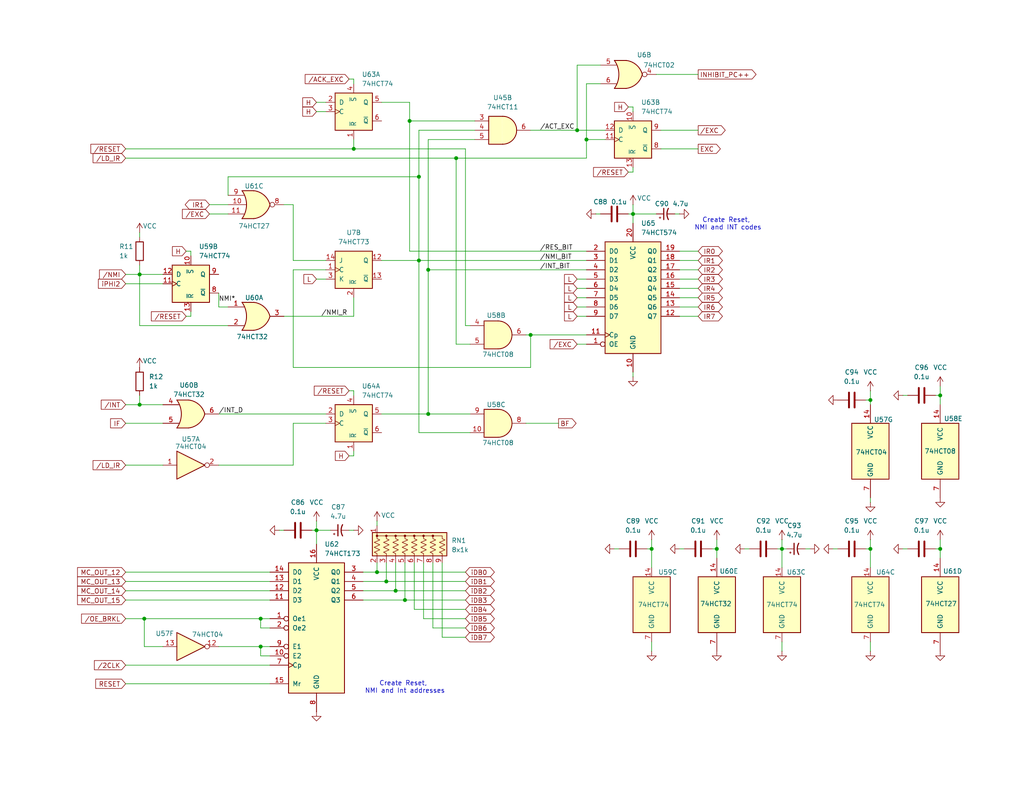
<source format=kicad_sch>
(kicad_sch (version 20250114) (generator "eeschema") (generator_version "9.0")
  (paper "A")
  (title_block (title "TTL 6510 Computer") (date "2025-10-20") (rev "B") (company "Stefan Warnke") (comment 9 "CPU_6502_Opcodes.txt"))
  (text "Create Reset, \nNMI and Int addresses" (at 110.49 187.706 0) (effects (font (size 1.27 1.27))))
  (text "Create Reset, \nNMI and INT codes" (at 198.628 61.214 0) (effects (font (size 1.27 1.27))))
  (junction (at 237.49 109.22))
  (junction (at 237.49 149.86))
  (junction (at 39.37 168.91))
  (junction (at 256.54 107.95))
  (junction (at 157.48 35.56))
  (junction (at 160.02 38.1))
  (junction (at 114.3 48.26))
  (junction (at 114.3 71.12))
  (junction (at 144.78 91.44))
  (junction (at 102.87 156.21))
  (junction (at 71.12 168.91))
  (junction (at 111.76 33.02))
  (junction (at 172.72 58.42))
  (junction (at 116.84 73.66))
  (junction (at 110.49 163.83))
  (junction (at 195.58 149.86))
  (junction (at 177.8 149.86))
  (junction (at 107.95 161.29))
  (junction (at 124.46 43.18))
  (junction (at 86.36 144.78))
  (junction (at 38.1 74.93))
  (junction (at 116.84 113.03))
  (junction (at 213.36 149.86))
  (junction (at 105.41 158.75))
  (junction (at 38.1 110.49))
  (junction (at 96.52 40.64))
  (junction (at 71.12 176.53))
  (junction (at 256.54 149.86))
  (wire (pts (xy 237.49 106.68) (xy 237.49 109.22)))
  (wire (pts (xy 39.37 176.53) (xy 39.37 168.91)))
  (wire (pts (xy 111.76 33.02) (xy 111.76 68.58)))
  (wire (pts (xy 57.15 58.42) (xy 62.23 58.42)))
  (wire (pts (xy 163.83 17.78) (xy 157.48 17.78)))
  (wire (pts (xy 105.41 153.67) (xy 105.41 158.75)))
  (wire (pts (xy 96.52 40.64) (xy 127 40.64)))
  (wire (pts (xy 71.12 179.07) (xy 71.12 176.53)))
  (wire (pts (xy 160.02 38.1) (xy 160.02 43.18)))
  (wire (pts (xy 120.65 153.67) (xy 120.65 173.99)))
  (wire (pts (xy 59.69 83.82) (xy 62.23 83.82)))
  (wire (pts (xy 116.84 38.1) (xy 116.84 73.66)))
  (wire (pts (xy 185.42 78.74) (xy 190.5 78.74)))
  (wire (pts (xy 219.71 149.86) (xy 220.98 149.86)))
  (wire (pts (xy 114.3 35.56) (xy 114.3 48.26)))
  (wire (pts (xy 105.41 158.75) (xy 127 158.75)))
  (wire (pts (xy 96.52 38.1) (xy 96.52 40.64)))
  (wire (pts (xy 246.38 107.95) (xy 247.65 107.95)))
  (wire (pts (xy 99.06 156.21) (xy 102.87 156.21)))
  (wire (pts (xy 80.01 55.88) (xy 80.01 71.12)))
  (wire (pts (xy 38.1 88.9) (xy 38.1 74.93)))
  (wire (pts (xy 157.48 76.2) (xy 160.02 76.2)))
  (wire (pts (xy 107.95 161.29) (xy 127 161.29)))
  (wire (pts (xy 38.1 88.9) (xy 62.23 88.9)))
  (wire (pts (xy 59.69 80.01) (xy 59.69 83.82)))
  (wire (pts (xy 179.07 20.32) (xy 190.5 20.32)))
  (wire (pts (xy 34.29 168.91) (xy 39.37 168.91)))
  (wire (pts (xy 144.78 100.33) (xy 144.78 91.44)))
  (wire (pts (xy 34.29 181.61) (xy 73.66 181.61)))
  (wire (pts (xy 96.52 124.46) (xy 95.25 124.46)))
  (wire (pts (xy 77.47 55.88) (xy 80.01 55.88)))
  (wire (pts (xy 96.52 106.68) (xy 95.25 106.68)))
  (wire (pts (xy 116.84 73.66) (xy 116.84 113.03)))
  (wire (pts (xy 71.12 171.45) (xy 71.12 168.91)))
  (wire (pts (xy 172.72 55.88) (xy 172.72 58.42)))
  (wire (pts (xy 80.01 73.66) (xy 80.01 100.33)))
  (wire (pts (xy 77.47 86.36) (xy 96.52 86.36)))
  (wire (pts (xy 172.72 29.21) (xy 172.72 30.48)))
  (wire (pts (xy 237.49 149.86) (xy 237.49 154.94)))
  (wire (pts (xy 128.27 93.98) (xy 124.46 93.98)))
  (wire (pts (xy 39.37 168.91) (xy 71.12 168.91)))
  (wire (pts (xy 111.76 68.58) (xy 160.02 68.58)))
  (wire (pts (xy 34.29 156.21) (xy 73.66 156.21)))
  (wire (pts (xy 86.36 30.48) (xy 88.9 30.48)))
  (wire (pts (xy 62.23 53.34) (xy 62.23 48.26)))
  (wire (pts (xy 172.72 58.42) (xy 179.07 58.42)))
  (wire (pts (xy 180.34 35.56) (xy 190.5 35.56)))
  (wire (pts (xy 185.42 71.12) (xy 190.5 71.12)))
  (wire (pts (xy 167.64 149.86) (xy 168.91 149.86)))
  (wire (pts (xy 38.1 74.93) (xy 44.45 74.93)))
  (wire (pts (xy 180.34 40.64) (xy 190.5 40.64)))
  (wire (pts (xy 185.42 83.82) (xy 190.5 83.82)))
  (wire (pts (xy 185.42 81.28) (xy 190.5 81.28)))
  (wire (pts (xy 52.07 68.58) (xy 52.07 69.85)))
  (wire (pts (xy 86.36 76.2) (xy 88.9 76.2)))
  (wire (pts (xy 80.01 71.12) (xy 88.9 71.12)))
  (wire (pts (xy 34.29 161.29) (xy 73.66 161.29)))
  (wire (pts (xy 104.14 71.12) (xy 114.3 71.12)))
  (wire (pts (xy 110.49 153.67) (xy 110.49 163.83)))
  (wire (pts (xy 115.57 153.67) (xy 115.57 168.91)))
  (wire (pts (xy 236.22 149.86) (xy 237.49 149.86)))
  (wire (pts (xy 157.48 78.74) (xy 160.02 78.74)))
  (wire (pts (xy 212.09 149.86) (xy 213.36 149.86)))
  (wire (pts (xy 213.36 147.32) (xy 213.36 149.86)))
  (wire (pts (xy 38.1 110.49) (xy 44.45 110.49)))
  (wire (pts (xy 115.57 168.91) (xy 127 168.91)))
  (wire (pts (xy 95.25 21.59) (xy 96.52 21.59)))
  (wire (pts (xy 163.83 22.86) (xy 160.02 22.86)))
  (wire (pts (xy 237.49 175.26) (xy 237.49 177.8)))
  (wire (pts (xy 237.49 137.16) (xy 237.49 135.89)))
  (wire (pts (xy 143.51 115.57) (xy 152.4 115.57)))
  (wire (pts (xy 57.15 55.88) (xy 62.23 55.88)))
  (wire (pts (xy 213.36 175.26) (xy 213.36 177.8)))
  (wire (pts (xy 227.33 149.86) (xy 228.6 149.86)))
  (wire (pts (xy 73.66 171.45) (xy 71.12 171.45)))
  (wire (pts (xy 102.87 153.67) (xy 102.87 156.21)))
  (wire (pts (xy 157.48 35.56) (xy 165.1 35.56)))
  (wire (pts (xy 172.72 45.72) (xy 172.72 46.99)))
  (wire (pts (xy 256.54 147.32) (xy 256.54 149.86)))
  (wire (pts (xy 160.02 22.86) (xy 160.02 38.1)))
  (wire (pts (xy 50.8 68.58) (xy 52.07 68.58)))
  (wire (pts (xy 124.46 43.18) (xy 160.02 43.18)))
  (wire (pts (xy 172.72 46.99) (xy 171.45 46.99)))
  (wire (pts (xy 256.54 105.41) (xy 256.54 107.95)))
  (wire (pts (xy 129.54 38.1) (xy 116.84 38.1)))
  (wire (pts (xy 185.42 68.58) (xy 190.5 68.58)))
  (wire (pts (xy 176.53 149.86) (xy 177.8 149.86)))
  (wire (pts (xy 114.3 71.12) (xy 160.02 71.12)))
  (wire (pts (xy 104.14 113.03) (xy 116.84 113.03)))
  (wire (pts (xy 157.48 93.98) (xy 160.02 93.98)))
  (wire (pts (xy 44.45 176.53) (xy 39.37 176.53)))
  (wire (pts (xy 34.29 40.64) (xy 96.52 40.64)))
  (wire (pts (xy 34.29 163.83) (xy 73.66 163.83)))
  (wire (pts (xy 99.06 158.75) (xy 105.41 158.75)))
  (wire (pts (xy 157.48 81.28) (xy 160.02 81.28)))
  (wire (pts (xy 96.52 21.59) (xy 96.52 22.86)))
  (wire (pts (xy 113.03 166.37) (xy 127 166.37)))
  (wire (pts (xy 86.36 142.24) (xy 86.36 144.78)))
  (wire (pts (xy 185.42 73.66) (xy 190.5 73.66)))
  (wire (pts (xy 114.3 71.12) (xy 114.3 118.11)))
  (wire (pts (xy 34.29 115.57) (xy 44.45 115.57)))
  (wire (pts (xy 157.48 17.78) (xy 157.48 35.56)))
  (wire (pts (xy 104.14 27.94) (xy 111.76 27.94)))
  (wire (pts (xy 172.72 58.42) (xy 172.72 60.96)))
  (wire (pts (xy 184.15 58.42) (xy 185.42 58.42)))
  (wire (pts (xy 96.52 124.46) (xy 96.52 123.19)))
  (wire (pts (xy 111.76 33.02) (xy 129.54 33.02)))
  (wire (pts (xy 128.27 113.03) (xy 116.84 113.03)))
  (wire (pts (xy 172.72 101.6) (xy 172.72 102.87)))
  (wire (pts (xy 102.87 156.21) (xy 127 156.21)))
  (wire (pts (xy 38.1 72.39) (xy 38.1 74.93)))
  (wire (pts (xy 86.36 27.94) (xy 88.9 27.94)))
  (wire (pts (xy 237.49 109.22) (xy 237.49 110.49)))
  (wire (pts (xy 194.31 149.86) (xy 195.58 149.86)))
  (wire (pts (xy 120.65 173.99) (xy 127 173.99)))
  (wire (pts (xy 80.01 127) (xy 80.01 115.57)))
  (wire (pts (xy 34.29 158.75) (xy 73.66 158.75)))
  (wire (pts (xy 111.76 27.94) (xy 111.76 33.02)))
  (wire (pts (xy 246.38 149.86) (xy 247.65 149.86)))
  (wire (pts (xy 38.1 107.95) (xy 38.1 110.49)))
  (wire (pts (xy 255.27 107.95) (xy 256.54 107.95)))
  (wire (pts (xy 143.51 91.44) (xy 144.78 91.44)))
  (wire (pts (xy 256.54 149.86) (xy 256.54 152.4)))
  (wire (pts (xy 160.02 38.1) (xy 165.1 38.1)))
  (wire (pts (xy 34.29 127) (xy 44.45 127)))
  (wire (pts (xy 195.58 149.86) (xy 195.58 152.4)))
  (wire (pts (xy 76.2 144.78) (xy 77.47 144.78)))
  (wire (pts (xy 213.36 149.86) (xy 213.36 154.94)))
  (wire (pts (xy 203.2 149.86) (xy 204.47 149.86)))
  (wire (pts (xy 144.78 35.56) (xy 157.48 35.56)))
  (wire (pts (xy 185.42 86.36) (xy 190.5 86.36)))
  (wire (pts (xy 34.29 43.18) (xy 124.46 43.18)))
  (wire (pts (xy 129.54 35.56) (xy 114.3 35.56)))
  (wire (pts (xy 85.09 144.78) (xy 86.36 144.78)))
  (wire (pts (xy 185.42 149.86) (xy 186.69 149.86)))
  (wire (pts (xy 177.8 149.86) (xy 177.8 154.94)))
  (wire (pts (xy 80.01 73.66) (xy 88.9 73.66)))
  (wire (pts (xy 116.84 73.66) (xy 160.02 73.66)))
  (wire (pts (xy 71.12 168.91) (xy 73.66 168.91)))
  (wire (pts (xy 73.66 179.07) (xy 71.12 179.07)))
  (wire (pts (xy 107.95 153.67) (xy 107.95 161.29)))
  (wire (pts (xy 162.56 58.42) (xy 163.83 58.42)))
  (wire (pts (xy 171.45 29.21) (xy 172.72 29.21)))
  (wire (pts (xy 128.27 118.11) (xy 114.3 118.11)))
  (wire (pts (xy 177.8 175.26) (xy 177.8 177.8)))
  (wire (pts (xy 62.23 48.26) (xy 114.3 48.26)))
  (wire (pts (xy 185.42 76.2) (xy 190.5 76.2)))
  (wire (pts (xy 118.11 171.45) (xy 127 171.45)))
  (wire (pts (xy 110.49 163.83) (xy 127 163.83)))
  (wire (pts (xy 237.49 147.32) (xy 237.49 149.86)))
  (wire (pts (xy 157.48 83.82) (xy 160.02 83.82)))
  (wire (pts (xy 195.58 147.32) (xy 195.58 149.86)))
  (wire (pts (xy 59.69 127) (xy 80.01 127)))
  (wire (pts (xy 102.87 142.24) (xy 102.87 143.51)))
  (wire (pts (xy 71.12 176.53) (xy 73.66 176.53)))
  (wire (pts (xy 171.45 58.42) (xy 172.72 58.42)))
  (wire (pts (xy 177.8 147.32) (xy 177.8 149.86)))
  (wire (pts (xy 59.69 113.03) (xy 88.9 113.03)))
  (wire (pts (xy 124.46 93.98) (xy 124.46 43.18)))
  (wire (pts (xy 236.22 109.22) (xy 237.49 109.22)))
  (wire (pts (xy 157.48 86.36) (xy 160.02 86.36)))
  (wire (pts (xy 59.69 176.53) (xy 71.12 176.53)))
  (wire (pts (xy 34.29 110.49) (xy 38.1 110.49)))
  (wire (pts (xy 52.07 86.36) (xy 50.8 86.36)))
  (wire (pts (xy 96.52 86.36) (xy 96.52 81.28)))
  (wire (pts (xy 86.36 144.78) (xy 86.36 148.59)))
  (wire (pts (xy 86.36 144.78) (xy 90.17 144.78)))
  (wire (pts (xy 95.25 144.78) (xy 96.52 144.78)))
  (wire (pts (xy 52.07 85.09) (xy 52.07 86.36)))
  (wire (pts (xy 118.11 153.67) (xy 118.11 171.45)))
  (wire (pts (xy 34.29 74.93) (xy 38.1 74.93)))
  (wire (pts (xy 34.29 77.47) (xy 44.45 77.47)))
  (wire (pts (xy 114.3 48.26) (xy 114.3 71.12)))
  (wire (pts (xy 213.36 149.86) (xy 214.63 149.86)))
  (wire (pts (xy 38.1 63.5) (xy 38.1 64.77)))
  (wire (pts (xy 127 88.9) (xy 128.27 88.9)))
  (wire (pts (xy 80.01 115.57) (xy 88.9 115.57)))
  (wire (pts (xy 256.54 107.95) (xy 256.54 110.49)))
  (wire (pts (xy 34.29 186.69) (xy 73.66 186.69)))
  (wire (pts (xy 127 40.64) (xy 127 88.9)))
  (wire (pts (xy 99.06 163.83) (xy 110.49 163.83)))
  (wire (pts (xy 255.27 149.86) (xy 256.54 149.86)))
  (wire (pts (xy 96.52 106.68) (xy 96.52 107.95)))
  (wire (pts (xy 144.78 91.44) (xy 160.02 91.44)))
  (wire (pts (xy 80.01 100.33) (xy 144.78 100.33)))
  (wire (pts (xy 113.03 153.67) (xy 113.03 166.37)))
  (wire (pts (xy 99.06 161.29) (xy 107.95 161.29)))
  (label "{slash}NMI_R" (at 87.63 86.36 0))
  (label "{slash}ACT_EXC" (at 147.32 35.56 0))
  (label "NMI*" (at 59.69 82.55 0))
  (label "{slash}RES_BIT" (at 147.32 68.58 0))
  (label "{slash}INT_BIT" (at 147.32 73.66 0))
  (label "{slash}INT_D" (at 59.69 113.03 0))
  (label "{slash}NMI_BIT" (at 147.32 71.12 0))
  (global_label "L" (shape input) (at 157.48 78.74 180) (property "Intersheetrefs" "${INTERSHEET_REFS}" (effects (hide yes))))
  (global_label "IR1" (shape bidirectional) (at 190.5 71.12 0) (property "Intersheetrefs" "${INTERSHEET_REFS}" (effects (hide yes))))
  (global_label "H" (shape input) (at 86.36 27.94 180) (property "Intersheetrefs" "${INTERSHEET_REFS}" (effects (hide yes))))
  (global_label "iDB7" (shape bidirectional) (at 127 173.99 0) (property "Intersheetrefs" "${INTERSHEET_REFS}" (effects (hide yes))))
  (global_label "L" (shape input) (at 86.36 76.2 180) (property "Intersheetrefs" "${INTERSHEET_REFS}" (effects (hide yes))))
  (global_label "IR1" (shape bidirectional) (at 57.15 55.88 180) (property "Intersheetrefs" "${INTERSHEET_REFS}" (effects (hide yes))))
  (global_label "iDB1" (shape bidirectional) (at 127 158.75 0) (property "Intersheetrefs" "${INTERSHEET_REFS}" (effects (hide yes))))
  (global_label "BF" (shape output) (at 152.4 115.57 0) (property "Intersheetrefs" "${INTERSHEET_REFS}" (effects (hide yes))))
  (global_label "INHIBIT_PC++" (shape output) (at 190.5 20.32 0) (property "Intersheetrefs" "${INTERSHEET_REFS}" (effects (hide yes))))
  (global_label "IR0" (shape bidirectional) (at 190.5 68.58 0) (property "Intersheetrefs" "${INTERSHEET_REFS}" (effects (hide yes))))
  (global_label "{slash}2CLK" (shape input) (at 34.29 181.61 180) (property "Intersheetrefs" "${INTERSHEET_REFS}" (effects (hide yes))))
  (global_label "{slash}RESET" (shape input) (at 50.8 86.36 180) (property "Intersheetrefs" "${INTERSHEET_REFS}" (effects (hide yes))))
  (global_label "L" (shape input) (at 157.48 81.28 180) (property "Intersheetrefs" "${INTERSHEET_REFS}" (effects (hide yes))))
  (global_label "RESET" (shape input) (at 34.29 186.69 180) (property "Intersheetrefs" "${INTERSHEET_REFS}" (effects (hide yes))))
  (global_label "{slash}RESET" (shape input) (at 171.45 46.99 180) (property "Intersheetrefs" "${INTERSHEET_REFS}" (effects (hide yes))))
  (global_label "IR2" (shape bidirectional) (at 190.5 73.66 0) (property "Intersheetrefs" "${INTERSHEET_REFS}" (effects (hide yes))))
  (global_label "L" (shape input) (at 157.48 86.36 180) (property "Intersheetrefs" "${INTERSHEET_REFS}" (effects (hide yes))))
  (global_label "H" (shape input) (at 171.45 29.21 180) (property "Intersheetrefs" "${INTERSHEET_REFS}" (effects (hide yes))))
  (global_label "MC_OUT_15" (shape input) (at 34.29 163.83 180) (property "Intersheetrefs" "${INTERSHEET_REFS}" (effects (hide yes))))
  (global_label "MC_OUT_14" (shape input) (at 34.29 161.29 180) (property "Intersheetrefs" "${INTERSHEET_REFS}" (effects (hide yes))))
  (global_label "{slash}RESET" (shape input) (at 34.29 40.64 180) (property "Intersheetrefs" "${INTERSHEET_REFS}" (effects (hide yes))))
  (global_label "iPHI2" (shape input) (at 34.29 77.47 180) (property "Intersheetrefs" "${INTERSHEET_REFS}" (effects (hide yes))))
  (global_label "EXC" (shape output) (at 190.5 40.64 0) (property "Intersheetrefs" "${INTERSHEET_REFS}" (effects (hide yes))))
  (global_label "{slash}EXC" (shape input) (at 157.48 93.98 180) (property "Intersheetrefs" "${INTERSHEET_REFS}" (effects (hide yes))))
  (global_label "IR7" (shape bidirectional) (at 190.5 86.36 0) (property "Intersheetrefs" "${INTERSHEET_REFS}" (effects (hide yes))))
  (global_label "IR5" (shape bidirectional) (at 190.5 81.28 0) (property "Intersheetrefs" "${INTERSHEET_REFS}" (effects (hide yes))))
  (global_label "{slash}EXC" (shape output) (at 190.5 35.56 0) (property "Intersheetrefs" "${INTERSHEET_REFS}" (effects (hide yes))))
  (global_label "iDB3" (shape bidirectional) (at 127 163.83 0) (property "Intersheetrefs" "${INTERSHEET_REFS}" (effects (hide yes))))
  (global_label "H" (shape input) (at 86.36 30.48 180) (property "Intersheetrefs" "${INTERSHEET_REFS}" (effects (hide yes))))
  (global_label "H" (shape input) (at 50.8 68.58 180) (property "Intersheetrefs" "${INTERSHEET_REFS}" (effects (hide yes))))
  (global_label "iDB5" (shape bidirectional) (at 127 168.91 0) (property "Intersheetrefs" "${INTERSHEET_REFS}" (effects (hide yes))))
  (global_label "{slash}LD_IR" (shape input) (at 34.29 43.18 180) (property "Intersheetrefs" "${INTERSHEET_REFS}" (effects (hide yes))))
  (global_label "IR3" (shape bidirectional) (at 190.5 76.2 0) (property "Intersheetrefs" "${INTERSHEET_REFS}" (effects (hide yes))))
  (global_label "MC_OUT_13" (shape input) (at 34.29 158.75 180) (property "Intersheetrefs" "${INTERSHEET_REFS}" (effects (hide yes))))
  (global_label "{slash}NMI" (shape input) (at 34.29 74.93 180) (property "Intersheetrefs" "${INTERSHEET_REFS}" (effects (hide yes))))
  (global_label "{slash}LD_IR" (shape input) (at 34.29 127 180) (property "Intersheetrefs" "${INTERSHEET_REFS}" (effects (hide yes))))
  (global_label "H" (shape input) (at 95.25 124.46 180) (property "Intersheetrefs" "${INTERSHEET_REFS}" (effects (hide yes))))
  (global_label "L" (shape input) (at 157.48 83.82 180) (property "Intersheetrefs" "${INTERSHEET_REFS}" (effects (hide yes))))
  (global_label "iDB0" (shape bidirectional) (at 127 156.21 0) (property "Intersheetrefs" "${INTERSHEET_REFS}" (effects (hide yes))))
  (global_label "L" (shape input) (at 157.48 76.2 180) (property "Intersheetrefs" "${INTERSHEET_REFS}" (effects (hide yes))))
  (global_label "{slash}OE_BRKL" (shape input) (at 34.29 168.91 180) (property "Intersheetrefs" "${INTERSHEET_REFS}" (effects (hide yes))))
  (global_label "{slash}INT" (shape input) (at 34.29 110.49 180) (property "Intersheetrefs" "${INTERSHEET_REFS}" (effects (hide yes))))
  (global_label "IR4" (shape bidirectional) (at 190.5 78.74 0) (property "Intersheetrefs" "${INTERSHEET_REFS}" (effects (hide yes))))
  (global_label "{slash}ACK_EXC" (shape input) (at 95.25 21.59 180) (property "Intersheetrefs" "${INTERSHEET_REFS}" (effects (hide yes))))
  (global_label "{slash}RESET" (shape input) (at 95.25 106.68 180) (property "Intersheetrefs" "${INTERSHEET_REFS}" (effects (hide yes))))
  (global_label "iDB6" (shape bidirectional) (at 127 171.45 0) (property "Intersheetrefs" "${INTERSHEET_REFS}" (effects (hide yes))))
  (global_label "iDB4" (shape bidirectional) (at 127 166.37 0) (property "Intersheetrefs" "${INTERSHEET_REFS}" (effects (hide yes))))
  (global_label "iDB2" (shape bidirectional) (at 127 161.29 0) (property "Intersheetrefs" "${INTERSHEET_REFS}" (effects (hide yes))))
  (global_label "MC_OUT_12" (shape input) (at 34.29 156.21 180) (property "Intersheetrefs" "${INTERSHEET_REFS}" (effects (hide yes))))
  (global_label "IR6" (shape bidirectional) (at 190.5 83.82 0) (property "Intersheetrefs" "${INTERSHEET_REFS}" (effects (hide yes))))
  (global_label "IF" (shape input) (at 34.29 115.57 180) (property "Intersheetrefs" "${INTERSHEET_REFS}" (effects (hide yes))))
  (global_label "{slash}EXC" (shape input) (at 57.15 58.42 180) (property "Intersheetrefs" "${INTERSHEET_REFS}" (effects (hide yes))))
  (symbol (lib_id "power:GND") (at 227.33 149.86 270) (unit 1)
    (property "Reference" "#PWR0283" (effects (hide yes)))
    (property "Value" "GND" (effects (hide yes)))
    (property "Description" "Power symbol creates a global label with name \"GND\" , ground" (effects (hide yes)))
  )
  (symbol (lib_id "power:GND") (at 246.38 107.95 270) (unit 1)
    (property "Reference" "#PWR0289" (effects (hide yes)))
    (property "Value" "GND" (effects (hide yes)))
    (property "Description" "Power symbol creates a global label with name \"GND\" , ground" (effects (hide yes)))
  )
  (symbol (lib_id "power:+5V") (at 172.72 55.88 0) (unit 1)
    (property "Reference" "#PWR0271" (effects (hide yes)))
    (property "Value" "VCC" (at 175.768 54.102 0))
    (property "Description" "Power symbol creates a global label with name \"+5V\"" (effects (hide yes)))
  )
  (symbol (lib_id "power:GND") (at 167.64 149.86 270) (unit 1)
    (property "Reference" "#PWR0270" (effects (hide yes)))
    (property "Value" "GND" (effects (hide yes)))
    (property "Description" "Power symbol creates a global label with name \"GND\" , ground" (effects (hide yes)))
  )
  (symbol (lib_id "power:GND") (at 220.98 149.86 90) (unit 1)
    (property "Reference" "#PWR0282" (effects (hide yes)))
    (property "Value" "GND" (effects (hide yes)))
    (property "Description" "Power symbol creates a global label with name \"GND\" , ground" (effects (hide yes)))
  )
  (symbol (lib_id "power:+5V") (at 237.49 147.32 0) (unit 1)
    (property "Reference" "#PWR0287" (effects (hide yes)))
    (property "Value" "VCC" (at 237.49 142.24 0))
    (property "Description" "Power symbol creates a global label with name \"+5V\"" (effects (hide yes)))
  )
  (symbol (lib_id "74xx:74HCT74") (at 237.49 165.1 0) (unit 3)
    (property "Reference" "U64" (at 239.014 156.21 0) (effects (justify left)))
    (property "Value" "74HCT74" (at 232.918 165.1 0) (effects (justify left)))
    (property "Footprint" "Package_DIP:DIP-14_W7.62mm_Socket" (effects (hide yes)))
    (property "Datasheet" "https://assets.nexperia.com/documents/data-sheet/74HC_HCT74.pdf" (effects (hide yes)))
    (property "Description" "Dual D Flip-flop, Set & Reset" (effects (hide yes)))
    (property "OrderInfo" "https://www.digikey.com/en/products/detail/texas-instruments/SN74HCT74N/277271" (effects (hide yes)))
  )
  (symbol (lib_id "74xx:74HCT74") (at 96.52 30.48 0) (unit 1)
    (property "Reference" "U63" (at 98.7141 20.32 0) (effects (justify left)))
    (property "Value" "74HCT74" (at 98.7141 22.86 0) (effects (justify left)))
    (property "Footprint" "Package_DIP:DIP-14_W7.62mm_Socket" (effects (hide yes)))
    (property "Datasheet" "https://assets.nexperia.com/documents/data-sheet/74HC_HCT74.pdf" (effects (hide yes)))
    (property "Description" "Dual D Flip-flop, Set & Reset" (effects (hide yes)))
    (property "OrderInfo" "https://www.digikey.com/en/products/detail/texas-instruments/SN74HCT74N/277271" (effects (hide yes)))
  )
  (symbol (lib_id "Device:C_Polarized_Small_US") (at 92.71 144.78 90) (unit 1)
    (property "Reference" "C87" (at 92.2782 138.43 90))
    (property "Value" "4.7u" (at 92.2782 140.97 90))
    (property "Footprint" "Project Library:C_Disc_D7.5mm_W2.5mm_P7.62mm_pol" (effects (hide yes)))
    (property "Description" "Polarized capacitor, small US symbol" (effects (hide yes)))
    (property "OrderInfo" "https://www.digikey.com/en/products/detail/kyocera-avx/TAP475M010SCS/1472017" (effects (hide yes)))
  )
  (symbol (lib_id "74xx:74HCT574") (at 172.72 81.28 0) (unit 1)
    (property "Reference" "U65" (at 174.9141 60.96 0) (effects (justify left)))
    (property "Value" "74HCT574" (at 174.9141 63.5 0) (effects (justify left)))
    (property "Footprint" "Package_DIP:DIP-20_W7.62mm_Socket" (effects (hide yes)))
    (property "Datasheet" "http://www.ti.com/lit/gpn/sn74HCT574" (effects (hide yes)))
    (property "Description" "8-bit Register, 3-state outputs" (effects (hide yes)))
    (property "OrderInfo" "https://www.digikey.com/en/products/detail/texas-instruments/CD74HCT574E/38721" (effects (hide yes)))
  )
  (symbol (lib_id "Device:C") (at 208.28 149.86 90) (unit 1)
    (property "Reference" "C92" (at 208.28 142.24 90))
    (property "Value" "0.1u" (at 208.28 144.78 90))
    (property "Footprint" "Project Library:C_Disc_D7.5mm_W2.5mm_P7.62mm" (effects (hide yes)))
    (property "Description" "Unpolarized capacitor" (effects (hide yes)))
    (property "OrderInfo" "https://www.digikey.com/en/products/detail/kemet/C320C104M5R5TA/3726028" (effects (hide yes)))
  )
  (symbol (lib_id "Device:R_Network08_US") (at 113.03 148.59 0) (unit 1)
    (property "Reference" "RN1" (at 123.19 147.5739 0) (effects (justify left)))
    (property "Value" "8x1k" (at 123.19 150.1139 0) (effects (justify left)))
    (property "Footprint" "Resistor_THT:R_Array_SIP9" (effects (hide yes)))
    (property "Datasheet" "http://www.vishay.com/docs/31509/csc.pdf" (effects (hide yes)))
    (property "Description" "8 resistor network, star topology, bussed resistors, small US symbol" (effects (hide yes)))
    (property "OrderInfo" "https://www.digikey.com/en/products/detail/bourns-inc/4609X-AP1-103LF/3741140" (effects (hide yes)))
  )
  (symbol (lib_id "power:GND") (at 86.36 194.31 0) (unit 1)
    (property "Reference" "#PWR0266" (effects (hide yes)))
    (property "Value" "GND" (effects (hide yes)))
    (property "Description" "Power symbol creates a global label with name \"GND\" , ground" (effects (hide yes)))
  )
  (symbol (lib_id "74xx:74LS08") (at 256.54 123.19 0) (unit 5)
    (property "Reference" "U58" (at 260.096 114.3 0))
    (property "Value" "74HCT08" (at 256.54 123.19 0))
    (property "Footprint" "Package_DIP:DIP-14_W7.62mm_Socket" (effects (hide yes)))
    (property "Datasheet" "http://www.ti.com/lit/gpn/sn74LS08" (effects (hide yes)))
    (property "Description" "Quad And2" (effects (hide yes)))
    (property "OrderInfo" "https://www.digikey.com/en/products/detail/texas-instruments/CD74HCT08E/38240" (effects (hide yes)))
  )
  (symbol (lib_id "power:GND") (at 256.54 177.8 0) (unit 1)
    (property "Reference" "#PWR0294" (effects (hide yes)))
    (property "Value" "GND" (effects (hide yes)))
    (property "Description" "Power symbol creates a global label with name \"GND\" , ground" (effects (hide yes)))
  )
  (symbol (lib_id "Device:R") (at 38.1 104.14 0) (unit 1)
    (property "Reference" "R12" (at 40.64 102.8699 0) (effects (justify left)))
    (property "Value" "1k" (at 40.64 105.4099 0) (effects (justify left)))
    (property "Footprint" "R_Axial_DIN0204_L3.6mm_D1.6mm_P7.62mm_Horizontal" (effects (hide yes)))
    (property "Description" "Resistor" (effects (hide yes)))
    (property "OrderInfo" "https://www.digikey.com/en/products/detail/stackpole-electronics-inc/CF14JT1K00/1741314" (effects (hide yes)))
  )
  (symbol (lib_id "Device:C") (at 232.41 149.86 90) (unit 1)
    (property "Reference" "C95" (at 232.41 142.24 90))
    (property "Value" "0.1u" (at 232.41 144.78 90))
    (property "Footprint" "Project Library:C_Disc_D7.5mm_W2.5mm_P7.62mm" (effects (hide yes)))
    (property "Description" "Unpolarized capacitor" (effects (hide yes)))
    (property "OrderInfo" "https://www.digikey.com/en/products/detail/kemet/C320C104M5R5TA/3726028" (effects (hide yes)))
  )
  (symbol (lib_id "74xx:74HCT04") (at 52.07 176.53 0) (unit 6)
    (property "Reference" "U57" (at 44.958 172.974 0))
    (property "Value" "74HCT04" (at 56.642 173.228 0))
    (property "Footprint" "Package_DIP:DIP-14_W7.62mm_Socket" (effects (hide yes)))
    (property "Datasheet" "https://assets.nexperia.com/documents/data-sheet/74HC_HCT04.pdf" (effects (hide yes)))
    (property "Description" "Hex Inverter" (effects (hide yes)))
    (property "OrderInfo" "https://www.digikey.com/en/products/detail/texas-instruments/SN74HCT04N/277251" (effects (hide yes)))
  )
  (symbol (lib_id "74xx:74HCT173") (at 86.36 171.45 0) (unit 1)
    (property "Reference" "U62" (at 88.5541 148.59 0) (effects (justify left)))
    (property "Value" "74HCT173" (at 88.5541 151.13 0) (effects (justify left)))
    (property "Footprint" "Package_DIP:DIP-16_W7.62mm_Socket" (effects (hide yes)))
    (property "Datasheet" "https://www.ti.com/lit/ds/symlink/cd74hc173.pdf" (effects (hide yes)))
    (property "Description" "4-bit D-type Register, 3 state out" (effects (hide yes)))
    (property "OrderInfo" "https://www.digikey.com/en/products/detail/texas-instruments/CD74HCT173E/38365" (effects (hide yes)))
  )
  (symbol (lib_id "74xx:74HCT74") (at 177.8 165.1 0) (unit 3)
    (property "Reference" "U59" (at 179.578 156.21 0) (effects (justify left)))
    (property "Value" "74HCT74" (at 173.99 165.1 0) (effects (justify left)))
    (property "Footprint" "Package_DIP:DIP-14_W7.62mm_Socket" (effects (hide yes)))
    (property "Datasheet" "https://assets.nexperia.com/documents/data-sheet/74HC_HCT74.pdf" (effects (hide yes)))
    (property "Description" "Dual D Flip-flop, Set & Reset" (effects (hide yes)))
    (property "OrderInfo" "https://www.digikey.com/en/products/detail/texas-instruments/SN74HCT74N/277271" (effects (hide yes)))
  )
  (symbol (lib_id "74xx:74HCT74") (at 213.36 165.1 0) (unit 3)
    (property "Reference" "U63" (at 214.63 156.21 0) (effects (justify left)))
    (property "Value" "74HCT74" (at 209.042 165.1 0) (effects (justify left)))
    (property "Footprint" "Package_DIP:DIP-14_W7.62mm_Socket" (effects (hide yes)))
    (property "Datasheet" "https://assets.nexperia.com/documents/data-sheet/74HC_HCT74.pdf" (effects (hide yes)))
    (property "Description" "Dual D Flip-flop, Set & Reset" (effects (hide yes)))
    (property "OrderInfo" "https://www.digikey.com/en/products/detail/texas-instruments/SN74HCT74N/277271" (effects (hide yes)))
  )
  (symbol (lib_id "Device:C") (at 232.41 109.22 90) (unit 1)
    (property "Reference" "C94" (at 232.41 101.6 90))
    (property "Value" "0.1u" (at 232.41 104.14 90))
    (property "Footprint" "Project Library:C_Disc_D7.5mm_W2.5mm_P7.62mm" (effects (hide yes)))
    (property "Description" "Unpolarized capacitor" (effects (hide yes)))
    (property "OrderInfo" "https://www.digikey.com/en/products/detail/kemet/C320C104M5R5TA/3726028" (effects (hide yes)))
  )
  (symbol (lib_id "power:GND") (at 177.8 177.8 0) (unit 1)
    (property "Reference" "#PWR0274" (effects (hide yes)))
    (property "Value" "GND" (effects (hide yes)))
    (property "Description" "Power symbol creates a global label with name \"GND\" , ground" (effects (hide yes)))
  )
  (symbol (lib_id "74xx:74LS08") (at 135.89 115.57 0) (unit 3)
    (property "Reference" "U58" (at 135.382 110.49 0))
    (property "Value" "74HCT08" (at 135.89 120.904 0))
    (property "Footprint" "Package_DIP:DIP-14_W7.62mm_Socket" (effects (hide yes)))
    (property "Datasheet" "http://www.ti.com/lit/gpn/sn74LS08" (effects (hide yes)))
    (property "Description" "Quad And2" (effects (hide yes)))
    (property "OrderInfo" "https://www.digikey.com/en/products/detail/texas-instruments/CD74HCT08E/38240" (effects (hide yes)))
  )
  (symbol (lib_id "power:GND") (at 185.42 149.86 270) (unit 1)
    (property "Reference" "#PWR0276" (effects (hide yes)))
    (property "Value" "GND" (effects (hide yes)))
    (property "Description" "Power symbol creates a global label with name \"GND\" , ground" (effects (hide yes)))
  )
  (symbol (lib_id "74xx:74LS27") (at 69.85 55.88 0) (unit 3)
    (property "Reference" "U61" (at 69.342 50.8 0))
    (property "Value" "74HCT27" (at 69.342 61.722 0))
    (property "Footprint" "Package_DIP:DIP-14_W7.62mm_Socket" (effects (hide yes)))
    (property "Datasheet" "http://www.ti.com/lit/gpn/sn74LS27" (effects (hide yes)))
    (property "Description" "Triple 3-input NOR" (effects (hide yes)))
    (property "OrderInfo" "https://www.digikey.com/en/products/detail/texas-instruments/CD74HCT27E/1507771" (effects (hide yes)))
  )
  (symbol (lib_id "power:GND") (at 162.56 58.42 270) (unit 1)
    (property "Reference" "#PWR0269" (effects (hide yes)))
    (property "Value" "GND" (effects (hide yes)))
    (property "Description" "Power symbol creates a global label with name \"GND\" , ground" (effects (hide yes)))
  )
  (symbol (lib_id "74xx:74HCT02") (at 171.45 20.32 0) (unit 2)
    (property "Reference" "U6" (at 175.768 14.986 0))
    (property "Value" "74HCT02" (at 179.832 17.78 0))
    (property "Footprint" "Package_DIP:DIP-14_W7.62mm_Socket" (effects (hide yes)))
    (property "Datasheet" "http://www.ti.com/lit/gpn/sn74hct02" (effects (hide yes)))
    (property "Description" "quad 2-input NOR gate" (effects (hide yes)))
    (property "OrderInfo" "https://www.digikey.com/en/products/detail/texas-instruments/CD74HCT02E/38234" (effects (hide yes)))
  )
  (symbol (lib_id "74xx:74LS08") (at 135.89 91.44 0) (unit 2)
    (property "Reference" "U58" (at 135.382 86.106 0))
    (property "Value" "74HCT08" (at 135.89 96.774 0))
    (property "Footprint" "Package_DIP:DIP-14_W7.62mm_Socket" (effects (hide yes)))
    (property "Datasheet" "http://www.ti.com/lit/gpn/sn74LS08" (effects (hide yes)))
    (property "Description" "Quad And2" (effects (hide yes)))
    (property "OrderInfo" "https://www.digikey.com/en/products/detail/texas-instruments/CD74HCT08E/38240" (effects (hide yes)))
  )
  (symbol (lib_id "power:+5V") (at 256.54 147.32 0) (unit 1)
    (property "Reference" "#PWR0293" (effects (hide yes)))
    (property "Value" "VCC" (at 256.54 142.24 0))
    (property "Description" "Power symbol creates a global label with name \"+5V\"" (effects (hide yes)))
  )
  (symbol (lib_id "Device:C") (at 167.64 58.42 90) (unit 1)
    (property "Reference" "C88" (at 163.83 55.118 90))
    (property "Value" "0.1u" (at 168.91 55.118 90))
    (property "Footprint" "Project Library:C_Disc_D7.5mm_W2.5mm_P7.62mm" (effects (hide yes)))
    (property "Description" "Unpolarized capacitor" (effects (hide yes)))
    (property "OrderInfo" "https://www.digikey.com/en/products/detail/kemet/C320C104M5R5TA/3726028" (effects (hide yes)))
  )
  (symbol (lib_id "Device:C") (at 251.46 149.86 90) (unit 1)
    (property "Reference" "C97" (at 251.46 142.24 90))
    (property "Value" "0.1u" (at 251.46 144.78 90))
    (property "Footprint" "Project Library:C_Disc_D7.5mm_W2.5mm_P7.62mm" (effects (hide yes)))
    (property "Description" "Unpolarized capacitor" (effects (hide yes)))
    (property "OrderInfo" "https://www.digikey.com/en/products/detail/kemet/C320C104M5R5TA/3726028" (effects (hide yes)))
  )
  (symbol (lib_id "power:GND") (at 246.38 149.86 270) (unit 1)
    (property "Reference" "#PWR0290" (effects (hide yes)))
    (property "Value" "GND" (effects (hide yes)))
    (property "Description" "Power symbol creates a global label with name \"GND\" , ground" (effects (hide yes)))
  )
  (symbol (lib_id "power:GND") (at 237.49 177.8 0) (unit 1)
    (property "Reference" "#PWR0288" (effects (hide yes)))
    (property "Value" "GND" (effects (hide yes)))
    (property "Description" "Power symbol creates a global label with name \"GND\" , ground" (effects (hide yes)))
  )
  (symbol (lib_id "74xx:74LS11") (at 137.16 35.56 0) (unit 2)
    (property "Reference" "U45" (at 137.1517 26.67 0))
    (property "Value" "74HCT11" (at 137.1517 29.21 0))
    (property "Footprint" "Package_DIP:DIP-14_W7.62mm_Socket" (effects (hide yes)))
    (property "Datasheet" "http://www.ti.com/lit/gpn/sn74LS11" (effects (hide yes)))
    (property "Description" "Triple 3-input AND" (effects (hide yes)))
    (property "OrderInfo" "https://www.digikey.com/en/products/detail/texas-instruments/CD74HCT11E/38248" (effects (hide yes)))
  )
  (symbol (lib_id "power:+5V") (at 213.36 147.32 0) (unit 1)
    (property "Reference" "#PWR0280" (effects (hide yes)))
    (property "Value" "VCC" (at 213.36 142.24 0))
    (property "Description" "Power symbol creates a global label with name \"+5V\"" (effects (hide yes)))
  )
  (symbol (lib_id "power:+5V") (at 195.58 147.32 0) (unit 1)
    (property "Reference" "#PWR0277" (effects (hide yes)))
    (property "Value" "VCC" (at 195.58 142.24 0))
    (property "Description" "Power symbol creates a global label with name \"+5V\"" (effects (hide yes)))
  )
  (symbol (lib_id "power:+5V") (at 102.87 142.24 0) (unit 1)
    (property "Reference" "#PWR0268" (effects (hide yes)))
    (property "Value" "VCC" (at 105.918 140.716 0))
    (property "Description" "Power symbol creates a global label with name \"+5V\"" (effects (hide yes)))
  )
  (symbol (lib_id "74xx:74HCT74") (at 172.72 38.1 0) (unit 2)
    (property "Reference" "U63" (at 174.9141 27.94 0) (effects (justify left)))
    (property "Value" "74HCT74" (at 174.9141 30.48 0) (effects (justify left)))
    (property "Footprint" "Package_DIP:DIP-14_W7.62mm_Socket" (effects (hide yes)))
    (property "Datasheet" "https://assets.nexperia.com/documents/data-sheet/74HC_HCT74.pdf" (effects (hide yes)))
    (property "Description" "Dual D Flip-flop, Set & Reset" (effects (hide yes)))
    (property "OrderInfo" "https://www.digikey.com/en/products/detail/texas-instruments/SN74HCT74N/277271" (effects (hide yes)))
  )
  (symbol (lib_id "74xx:74LS32") (at 69.85 86.36 0) (unit 1)
    (property "Reference" "U60" (at 69.342 81.28 0))
    (property "Value" "74HCT32" (at 68.834 91.948 0))
    (property "Footprint" "Package_DIP:DIP-14_W7.62mm_Socket" (effects (hide yes)))
    (property "Datasheet" "http://www.ti.com/lit/gpn/sn74LS32" (effects (hide yes)))
    (property "Description" "Quad 2-input OR" (effects (hide yes)))
    (property "OrderInfo" "https://www.digikey.com/en/products/detail/texas-instruments/CD74HCT32E/38504" (effects (hide yes)))
  )
  (symbol (lib_id "power:GND") (at 172.72 102.87 0) (unit 1)
    (property "Reference" "#PWR0272" (effects (hide yes)))
    (property "Value" "GND" (effects (hide yes)))
    (property "Description" "Power symbol creates a global label with name \"GND\" , ground" (effects (hide yes)))
  )
  (symbol (lib_id "74xx:74HCT74") (at 96.52 115.57 0) (unit 1)
    (property "Reference" "U64" (at 98.7141 105.41 0) (effects (justify left)))
    (property "Value" "74HCT74" (at 98.7141 107.95 0) (effects (justify left)))
    (property "Footprint" "Package_DIP:DIP-14_W7.62mm_Socket" (effects (hide yes)))
    (property "Datasheet" "https://assets.nexperia.com/documents/data-sheet/74HC_HCT74.pdf" (effects (hide yes)))
    (property "Description" "Dual D Flip-flop, Set & Reset" (effects (hide yes)))
    (property "OrderInfo" "https://www.digikey.com/en/products/detail/texas-instruments/SN74HCT74N/277271" (effects (hide yes)))
  )
  (symbol (lib_id "power:GND") (at 237.49 137.16 0) (unit 1)
    (property "Reference" "#PWR0286" (effects (hide yes)))
    (property "Value" "GND" (effects (hide yes)))
    (property "Description" "Power symbol creates a global label with name \"GND\" , ground" (effects (hide yes)))
  )
  (symbol (lib_id "74xx:74LS27") (at 256.54 165.1 0) (unit 4)
    (property "Reference" "U61" (at 257.302 155.956 0) (effects (justify left)))
    (property "Value" "74HCT27" (at 252.476 164.846 0) (effects (justify left)))
    (property "Footprint" "Package_DIP:DIP-14_W7.62mm_Socket" (effects (hide yes)))
    (property "Datasheet" "http://www.ti.com/lit/gpn/sn74LS27" (effects (hide yes)))
    (property "Description" "Triple 3-input NOR" (effects (hide yes)))
    (property "OrderInfo" "https://www.digikey.com/en/products/detail/texas-instruments/CD74HCT27E/1507771" (effects (hide yes)))
  )
  (symbol (lib_id "Device:C_Polarized_Small_US") (at 181.61 58.42 90) (unit 1)
    (property "Reference" "C90" (at 180.594 55.626 90))
    (property "Value" "4.7u" (at 185.674 55.626 90))
    (property "Footprint" "Project Library:C_Disc_D7.5mm_W2.5mm_P7.62mm_pol" (effects (hide yes)))
    (property "Description" "Polarized capacitor, small US symbol" (effects (hide yes)))
    (property "OrderInfo" "https://www.digikey.com/en/products/detail/kyocera-avx/TAP475M010SCS/1472017" (effects (hide yes)))
  )
  (symbol (lib_id "74xx:74LS32") (at 195.58 165.1 0) (unit 5)
    (property "Reference" "U60" (at 198.882 155.956 0))
    (property "Value" "74HCT32" (at 195.326 164.846 0))
    (property "Footprint" "Package_DIP:DIP-14_W7.62mm_Socket" (effects (hide yes)))
    (property "Datasheet" "http://www.ti.com/lit/gpn/sn74LS32" (effects (hide yes)))
    (property "Description" "Quad 2-input OR" (effects (hide yes)))
    (property "OrderInfo" "https://www.digikey.com/en/products/detail/texas-instruments/CD74HCT32E/38504" (effects (hide yes)))
  )
  (symbol (lib_id "Device:R") (at 38.1 68.58 0) (unit 1)
    (property "Reference" "R11" (at 32.512 67.31 0) (effects (justify left)))
    (property "Value" "1k" (at 32.512 69.85 0) (effects (justify left)))
    (property "Footprint" "R_Axial_DIN0204_L3.6mm_D1.6mm_P7.62mm_Horizontal" (effects (hide yes)))
    (property "Description" "Resistor" (effects (hide yes)))
    (property "OrderInfo" "https://www.digikey.com/en/products/detail/stackpole-electronics-inc/CF14JT1K00/1741314" (effects (hide yes)))
  )
  (symbol (lib_id "power:GND") (at 213.36 177.8 0) (unit 1)
    (property "Reference" "#PWR0281" (effects (hide yes)))
    (property "Value" "GND" (effects (hide yes)))
    (property "Description" "Power symbol creates a global label with name \"GND\" , ground" (effects (hide yes)))
  )
  (symbol (lib_id "power:GND") (at 76.2 144.78 270) (unit 1)
    (property "Reference" "#PWR0264" (effects (hide yes)))
    (property "Value" "GND" (effects (hide yes)))
    (property "Description" "Power symbol creates a global label with name \"GND\" , ground" (effects (hide yes)))
  )
  (symbol (lib_id "power:GND") (at 228.6 109.22 270) (unit 1)
    (property "Reference" "#PWR0284" (effects (hide yes)))
    (property "Value" "GND" (effects (hide yes)))
    (property "Description" "Power symbol creates a global label with name \"GND\" , ground" (effects (hide yes)))
  )
  (symbol (lib_id "power:+5V") (at 38.1 63.5 0) (unit 1)
    (property "Reference" "#PWR0262" (effects (hide yes)))
    (property "Value" "VCC" (at 40.894 61.722 0))
    (property "Description" "Power symbol creates a global label with name \"+5V\"" (effects (hide yes)))
  )
  (symbol (lib_id "power:+5V") (at 256.54 105.41 0) (unit 1)
    (property "Reference" "#PWR0291" (effects (hide yes)))
    (property "Value" "VCC" (at 256.54 100.33 0))
    (property "Description" "Power symbol creates a global label with name \"+5V\"" (effects (hide yes)))
  )
  (symbol (lib_id "power:+5V") (at 38.1 100.33 0) (unit 1)
    (property "Reference" "#PWR0263" (effects (hide yes)))
    (property "Value" "VCC" (at 40.894 98.552 0))
    (property "Description" "Power symbol creates a global label with name \"+5V\"" (effects (hide yes)))
  )
  (symbol (lib_id "power:GND") (at 203.2 149.86 270) (unit 1)
    (property "Reference" "#PWR0279" (effects (hide yes)))
    (property "Value" "GND" (effects (hide yes)))
    (property "Description" "Power symbol creates a global label with name \"GND\" , ground" (effects (hide yes)))
  )
  (symbol (lib_id "power:GND") (at 195.58 177.8 0) (unit 1)
    (property "Reference" "#PWR0278" (effects (hide yes)))
    (property "Value" "GND" (effects (hide yes)))
    (property "Description" "Power symbol creates a global label with name \"GND\" , ground" (effects (hide yes)))
  )
  (symbol (lib_id "74xx:74HCT74") (at 52.07 77.47 0) (unit 2)
    (property "Reference" "U59" (at 54.2641 67.31 0) (effects (justify left)))
    (property "Value" "74HCT74" (at 54.2641 69.85 0) (effects (justify left)))
    (property "Footprint" "Package_DIP:DIP-14_W7.62mm_Socket" (effects (hide yes)))
    (property "Datasheet" "https://assets.nexperia.com/documents/data-sheet/74HC_HCT74.pdf" (effects (hide yes)))
    (property "Description" "Dual D Flip-flop, Set & Reset" (effects (hide yes)))
    (property "OrderInfo" "https://www.digikey.com/en/products/detail/texas-instruments/SN74HCT74N/277271" (effects (hide yes)))
  )
  (symbol (lib_id "power:GND") (at 185.42 58.42 90) (unit 1)
    (property "Reference" "#PWR0275" (effects (hide yes)))
    (property "Value" "GND" (effects (hide yes)))
    (property "Description" "Power symbol creates a global label with name \"GND\" , ground" (effects (hide yes)))
  )
  (symbol (lib_id "74xx:74LS73") (at 96.52 73.66 0) (unit 2)
    (property "Reference" "U7" (at 96.52 63.5 0))
    (property "Value" "74HCT73" (at 96.52 66.04 0))
    (property "Footprint" "Package_DIP:DIP-14_W7.62mm_Socket" (effects (hide yes)))
    (property "Datasheet" "http://www.ti.com/lit/gpn/sn74LS73" (effects (hide yes)))
    (property "Description" "Dual JK Flip-Flop, reset" (effects (hide yes)))
    (property "OrderInfo" "https://www.digikey.com/en/products/detail/texas-instruments/CD74HCT73E/386078" (effects (hide yes)))
  )
  (symbol (lib_id "power:GND") (at 256.54 135.89 0) (unit 1)
    (property "Reference" "#PWR0292" (effects (hide yes)))
    (property "Value" "GND" (effects (hide yes)))
    (property "Description" "Power symbol creates a global label with name \"GND\" , ground" (effects (hide yes)))
  )
  (symbol (lib_id "Device:C") (at 172.72 149.86 90) (unit 1)
    (property "Reference" "C89" (at 172.72 142.24 90))
    (property "Value" "0.1u" (at 172.72 144.78 90))
    (property "Footprint" "Project Library:C_Disc_D7.5mm_W2.5mm_P7.62mm" (effects (hide yes)))
    (property "Description" "Unpolarized capacitor" (effects (hide yes)))
    (property "OrderInfo" "https://www.digikey.com/en/products/detail/kemet/C320C104M5R5TA/3726028" (effects (hide yes)))
  )
  (symbol (lib_id "power:+5V") (at 237.49 106.68 0) (unit 1)
    (property "Reference" "#PWR0285" (effects (hide yes)))
    (property "Value" "VCC" (at 237.49 101.6 0))
    (property "Description" "Power symbol creates a global label with name \"+5V\"" (effects (hide yes)))
  )
  (symbol (lib_id "Device:C") (at 251.46 107.95 90) (unit 1)
    (property "Reference" "C96" (at 251.46 100.33 90))
    (property "Value" "0.1u" (at 251.46 102.87 90))
    (property "Footprint" "Project Library:C_Disc_D7.5mm_W2.5mm_P7.62mm" (effects (hide yes)))
    (property "Description" "Unpolarized capacitor" (effects (hide yes)))
    (property "OrderInfo" "https://www.digikey.com/en/products/detail/kemet/C320C104M5R5TA/3726028" (effects (hide yes)))
  )
  (symbol (lib_id "Device:C") (at 81.28 144.78 90) (unit 1)
    (property "Reference" "C86" (at 81.28 137.16 90))
    (property "Value" "0.1u" (at 81.28 139.7 90))
    (property "Footprint" "Project Library:C_Disc_D7.5mm_W2.5mm_P7.62mm" (effects (hide yes)))
    (property "Description" "Unpolarized capacitor" (effects (hide yes)))
    (property "OrderInfo" "https://www.digikey.com/en/products/detail/kemet/C320C104M5R5TA/3726028" (effects (hide yes)))
  )
  (symbol (lib_id "power:GND") (at 96.52 144.78 90) (unit 1)
    (property "Reference" "#PWR0267" (effects (hide yes)))
    (property "Value" "GND" (effects (hide yes)))
    (property "Description" "Power symbol creates a global label with name \"GND\" , ground" (effects (hide yes)))
  )
  (symbol (lib_id "74xx:74HCT04") (at 237.49 123.19 0) (unit 7)
    (property "Reference" "U57" (at 241.046 114.554 0))
    (property "Value" "74HCT04" (at 237.744 123.444 0))
    (property "Footprint" "Package_DIP:DIP-14_W7.62mm_Socket" (effects (hide yes)))
    (property "Datasheet" "https://assets.nexperia.com/documents/data-sheet/74HC_HCT04.pdf" (effects (hide yes)))
    (property "Description" "Hex Inverter" (effects (hide yes)))
    (property "OrderInfo" "https://www.digikey.com/en/products/detail/texas-instruments/SN74HCT04N/277251" (effects (hide yes)))
  )
  (symbol (lib_id "Device:C") (at 190.5 149.86 90) (unit 1)
    (property "Reference" "C91" (at 190.5 142.24 90))
    (property "Value" "0.1u" (at 190.5 144.78 90))
    (property "Footprint" "Project Library:C_Disc_D7.5mm_W2.5mm_P7.62mm" (effects (hide yes)))
    (property "Description" "Unpolarized capacitor" (effects (hide yes)))
    (property "OrderInfo" "https://www.digikey.com/en/products/detail/kemet/C320C104M5R5TA/3726028" (effects (hide yes)))
  )
  (symbol (lib_id "power:+5V") (at 86.36 142.24 0) (unit 1)
    (property "Reference" "#PWR0265" (effects (hide yes)))
    (property "Value" "VCC" (at 86.36 137.16 0))
    (property "Description" "Power symbol creates a global label with name \"+5V\"" (effects (hide yes)))
  )
  (symbol (lib_id "power:+5V") (at 177.8 147.32 0) (unit 1)
    (property "Reference" "#PWR0273" (effects (hide yes)))
    (property "Value" "VCC" (at 177.8 142.24 0))
    (property "Description" "Power symbol creates a global label with name \"+5V\"" (effects (hide yes)))
  )
  (symbol (lib_id "Device:C_Polarized_Small_US") (at 217.17 149.86 90) (unit 1)
    (property "Reference" "C93" (at 216.7382 143.51 90))
    (property "Value" "4.7u" (at 216.7382 146.05 90))
    (property "Footprint" "Project Library:C_Disc_D7.5mm_W2.5mm_P7.62mm_pol" (effects (hide yes)))
    (property "Description" "Polarized capacitor, small US symbol" (effects (hide yes)))
    (property "OrderInfo" "https://www.digikey.com/en/products/detail/kyocera-avx/TAP475M010SCS/1472017" (effects (hide yes)))
  )
  (symbol (lib_id "74xx:74HCT04") (at 52.07 127 0) (unit 1)
    (property "Reference" "U57" (at 52.07 119.888 0))
    (property "Value" "74HCT04" (at 52.07 121.92 0))
    (property "Footprint" "Package_DIP:DIP-14_W7.62mm_Socket" (effects (hide yes)))
    (property "Datasheet" "https://assets.nexperia.com/documents/data-sheet/74HC_HCT04.pdf" (effects (hide yes)))
    (property "Description" "Hex Inverter" (effects (hide yes)))
    (property "OrderInfo" "https://www.digikey.com/en/products/detail/texas-instruments/SN74HCT04N/277251" (effects (hide yes)))
  )
  (symbol (lib_id "74xx:74LS32") (at 52.07 113.03 0) (unit 2)
    (property "Reference" "U60" (at 51.562 105.156 0))
    (property "Value" "74HCT32" (at 51.562 107.696 0))
    (property "Footprint" "Package_DIP:DIP-14_W7.62mm_Socket" (effects (hide yes)))
    (property "Datasheet" "http://www.ti.com/lit/gpn/sn74LS32" (effects (hide yes)))
    (property "Description" "Quad 2-input OR" (effects (hide yes)))
    (property "OrderInfo" "https://www.digikey.com/en/products/detail/texas-instruments/CD74HCT32E/38504" (effects (hide yes)))
  )
)
</source>
